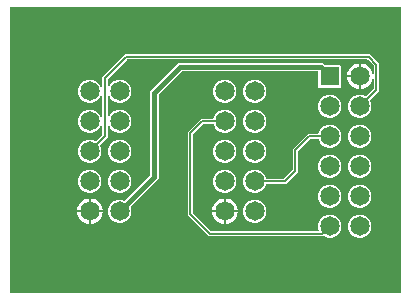
<source format=gtl>
G04 EAGLE Gerber RS-274X export*
G75*
%MOMM*%
%FSLAX34Y34*%
%LPD*%
%INTop Copper*%
%IPPOS*%
%AMOC8*
5,1,8,0,0,1.08239X$1,22.5*%
G01*
%ADD10C,1.650000*%
%ADD11R,1.650000X1.650000*%
%ADD12C,0.152400*%
%ADD13C,0.406400*%

G36*
X317508Y-13198D02*
X317508Y-13198D01*
X317517Y-13199D01*
X317605Y-13178D01*
X317695Y-13160D01*
X317702Y-13155D01*
X317710Y-13153D01*
X317783Y-13099D01*
X317859Y-13047D01*
X317863Y-13040D01*
X317870Y-13035D01*
X317917Y-12957D01*
X317966Y-12880D01*
X317967Y-12871D01*
X317972Y-12864D01*
X317999Y-12700D01*
X317999Y228600D01*
X317998Y228608D01*
X317999Y228617D01*
X317978Y228705D01*
X317960Y228795D01*
X317955Y228802D01*
X317953Y228810D01*
X317899Y228883D01*
X317847Y228959D01*
X317840Y228963D01*
X317835Y228970D01*
X317757Y229017D01*
X317680Y229066D01*
X317671Y229067D01*
X317664Y229072D01*
X317500Y229099D01*
X-12700Y229099D01*
X-12708Y229098D01*
X-12717Y229099D01*
X-12805Y229078D01*
X-12895Y229060D01*
X-12902Y229055D01*
X-12910Y229053D01*
X-12983Y228999D01*
X-13059Y228947D01*
X-13063Y228940D01*
X-13070Y228935D01*
X-13117Y228857D01*
X-13166Y228780D01*
X-13167Y228771D01*
X-13172Y228764D01*
X-13199Y228600D01*
X-13199Y-12700D01*
X-13198Y-12708D01*
X-13199Y-12717D01*
X-13178Y-12805D01*
X-13160Y-12895D01*
X-13155Y-12902D01*
X-13153Y-12910D01*
X-13099Y-12983D01*
X-13047Y-13059D01*
X-13040Y-13063D01*
X-13035Y-13070D01*
X-12957Y-13117D01*
X-12880Y-13166D01*
X-12871Y-13167D01*
X-12864Y-13172D01*
X-12700Y-13199D01*
X317500Y-13199D01*
X317508Y-13198D01*
G37*
%LPC*%
G36*
X52666Y96905D02*
X52666Y96905D01*
X49073Y98393D01*
X46323Y101143D01*
X44835Y104736D01*
X44835Y108624D01*
X46323Y112217D01*
X49073Y114967D01*
X52666Y116455D01*
X56554Y116455D01*
X59496Y115236D01*
X59507Y115234D01*
X59516Y115229D01*
X59604Y115215D01*
X59692Y115198D01*
X59702Y115200D01*
X59712Y115199D01*
X59799Y115221D01*
X59886Y115239D01*
X59895Y115245D01*
X59905Y115248D01*
X60040Y115344D01*
X64877Y120181D01*
X64884Y120192D01*
X64894Y120199D01*
X64939Y120274D01*
X64987Y120347D01*
X64989Y120359D01*
X64996Y120370D01*
X65023Y120534D01*
X65023Y129167D01*
X65023Y129169D01*
X65023Y129172D01*
X65003Y129265D01*
X64984Y129362D01*
X64982Y129364D01*
X64982Y129366D01*
X64926Y129447D01*
X64871Y129526D01*
X64869Y129527D01*
X64868Y129529D01*
X64785Y129581D01*
X64704Y129633D01*
X64701Y129634D01*
X64700Y129635D01*
X64604Y129650D01*
X64507Y129666D01*
X64505Y129666D01*
X64503Y129666D01*
X64409Y129643D01*
X64314Y129620D01*
X64312Y129619D01*
X64310Y129619D01*
X64231Y129559D01*
X64154Y129502D01*
X64153Y129501D01*
X64151Y129499D01*
X64063Y129358D01*
X62897Y126543D01*
X60147Y123793D01*
X56554Y122305D01*
X52666Y122305D01*
X49073Y123793D01*
X46323Y126543D01*
X44835Y130136D01*
X44835Y134024D01*
X46323Y137617D01*
X49073Y140367D01*
X52666Y141855D01*
X56554Y141855D01*
X60147Y140367D01*
X62897Y137617D01*
X64063Y134802D01*
X64064Y134800D01*
X64064Y134798D01*
X64119Y134718D01*
X64174Y134637D01*
X64176Y134636D01*
X64177Y134634D01*
X64258Y134582D01*
X64341Y134528D01*
X64343Y134528D01*
X64344Y134527D01*
X64440Y134511D01*
X64536Y134494D01*
X64538Y134494D01*
X64541Y134494D01*
X64634Y134516D01*
X64730Y134538D01*
X64732Y134539D01*
X64734Y134540D01*
X64811Y134596D01*
X64891Y134654D01*
X64892Y134656D01*
X64894Y134658D01*
X64943Y134741D01*
X64994Y134825D01*
X64994Y134827D01*
X64996Y134829D01*
X65023Y134993D01*
X65023Y154567D01*
X65023Y154569D01*
X65023Y154572D01*
X65003Y154666D01*
X64984Y154762D01*
X64982Y154764D01*
X64982Y154766D01*
X64926Y154847D01*
X64871Y154926D01*
X64869Y154927D01*
X64868Y154929D01*
X64785Y154981D01*
X64704Y155033D01*
X64701Y155034D01*
X64700Y155035D01*
X64604Y155050D01*
X64507Y155066D01*
X64505Y155066D01*
X64503Y155066D01*
X64409Y155043D01*
X64314Y155020D01*
X64312Y155019D01*
X64310Y155019D01*
X64231Y154959D01*
X64154Y154902D01*
X64153Y154901D01*
X64151Y154899D01*
X64063Y154758D01*
X62897Y151943D01*
X60147Y149193D01*
X56554Y147705D01*
X52666Y147705D01*
X49073Y149193D01*
X46323Y151943D01*
X44835Y155536D01*
X44835Y159424D01*
X46323Y163017D01*
X49073Y165767D01*
X52666Y167255D01*
X56554Y167255D01*
X60147Y165767D01*
X62897Y163017D01*
X64063Y160202D01*
X64064Y160200D01*
X64064Y160198D01*
X64119Y160118D01*
X64174Y160037D01*
X64176Y160036D01*
X64177Y160034D01*
X64258Y159982D01*
X64341Y159928D01*
X64343Y159928D01*
X64344Y159927D01*
X64440Y159911D01*
X64536Y159894D01*
X64538Y159894D01*
X64541Y159894D01*
X64634Y159916D01*
X64730Y159938D01*
X64732Y159939D01*
X64734Y159940D01*
X64811Y159996D01*
X64891Y160054D01*
X64892Y160056D01*
X64894Y160058D01*
X64943Y160141D01*
X64994Y160225D01*
X64994Y160227D01*
X64996Y160229D01*
X65023Y160393D01*
X65023Y169857D01*
X84143Y188977D01*
X291549Y188977D01*
X299467Y181059D01*
X299467Y157803D01*
X291874Y150210D01*
X291869Y150202D01*
X291860Y150196D01*
X291814Y150119D01*
X291765Y150045D01*
X291763Y150034D01*
X291757Y150025D01*
X291745Y149937D01*
X291728Y149849D01*
X291730Y149839D01*
X291729Y149828D01*
X291766Y149666D01*
X292985Y146724D01*
X292985Y142836D01*
X291497Y139243D01*
X288747Y136493D01*
X285154Y135005D01*
X281266Y135005D01*
X277673Y136493D01*
X274923Y139243D01*
X273435Y142836D01*
X273435Y146724D01*
X274923Y150317D01*
X277673Y153067D01*
X281266Y154555D01*
X285154Y154555D01*
X288096Y153336D01*
X288107Y153334D01*
X288116Y153329D01*
X288204Y153315D01*
X288292Y153298D01*
X288302Y153300D01*
X288312Y153299D01*
X288399Y153321D01*
X288486Y153339D01*
X288495Y153345D01*
X288505Y153348D01*
X288640Y153444D01*
X294747Y159551D01*
X294754Y159562D01*
X294764Y159569D01*
X294809Y159644D01*
X294857Y159717D01*
X294859Y159729D01*
X294866Y159740D01*
X294893Y159904D01*
X294893Y168623D01*
X294881Y168682D01*
X294878Y168743D01*
X294862Y168779D01*
X294854Y168817D01*
X294819Y168868D01*
X294793Y168923D01*
X294763Y168949D01*
X294741Y168981D01*
X294690Y169014D01*
X294644Y169055D01*
X294607Y169067D01*
X294574Y169088D01*
X294513Y169099D01*
X294456Y169118D01*
X294416Y169115D01*
X294377Y169121D01*
X294318Y169107D01*
X294257Y169103D01*
X294222Y169085D01*
X294184Y169075D01*
X294135Y169039D01*
X294081Y169011D01*
X294056Y168981D01*
X294024Y168958D01*
X293993Y168905D01*
X293954Y168858D01*
X293939Y168815D01*
X293922Y168787D01*
X293915Y168743D01*
X293901Y168701D01*
X293735Y167653D01*
X293210Y166038D01*
X292439Y164524D01*
X291441Y163150D01*
X290240Y161949D01*
X288866Y160951D01*
X287352Y160180D01*
X285737Y159655D01*
X284209Y159413D01*
X284209Y169680D01*
X284208Y169688D01*
X284209Y169696D01*
X284188Y169785D01*
X284170Y169875D01*
X284165Y169882D01*
X284163Y169890D01*
X284109Y169963D01*
X284057Y170039D01*
X284050Y170043D01*
X284045Y170050D01*
X283967Y170096D01*
X283890Y170146D01*
X283881Y170147D01*
X283874Y170151D01*
X283710Y170179D01*
X283209Y170179D01*
X283209Y170181D01*
X283710Y170181D01*
X283718Y170183D01*
X283726Y170181D01*
X283815Y170202D01*
X283905Y170220D01*
X283912Y170225D01*
X283920Y170227D01*
X283993Y170281D01*
X284069Y170333D01*
X284073Y170340D01*
X284080Y170345D01*
X284126Y170423D01*
X284176Y170501D01*
X284177Y170509D01*
X284181Y170516D01*
X284209Y170680D01*
X284209Y180947D01*
X285737Y180705D01*
X287352Y180180D01*
X288866Y179409D01*
X290240Y178411D01*
X291441Y177210D01*
X292439Y175836D01*
X293210Y174322D01*
X293735Y172707D01*
X293901Y171659D01*
X293922Y171602D01*
X293934Y171543D01*
X293957Y171510D01*
X293971Y171473D01*
X294012Y171429D01*
X294047Y171379D01*
X294080Y171357D01*
X294107Y171329D01*
X294163Y171304D01*
X294214Y171272D01*
X294253Y171265D01*
X294290Y171249D01*
X294350Y171249D01*
X294411Y171239D01*
X294449Y171248D01*
X294488Y171247D01*
X294545Y171270D01*
X294604Y171285D01*
X294636Y171308D01*
X294672Y171323D01*
X294715Y171366D01*
X294764Y171402D01*
X294784Y171436D01*
X294812Y171464D01*
X294834Y171521D01*
X294866Y171573D01*
X294873Y171618D01*
X294885Y171649D01*
X294886Y171694D01*
X294893Y171737D01*
X294893Y178958D01*
X294891Y178970D01*
X294893Y178983D01*
X294871Y179067D01*
X294854Y179153D01*
X294847Y179163D01*
X294843Y179175D01*
X294747Y179311D01*
X289801Y184257D01*
X289790Y184264D01*
X289783Y184274D01*
X289708Y184319D01*
X289635Y184367D01*
X289623Y184369D01*
X289612Y184376D01*
X289448Y184403D01*
X86244Y184403D01*
X86232Y184401D01*
X86219Y184403D01*
X86135Y184381D01*
X86049Y184364D01*
X86039Y184357D01*
X86027Y184353D01*
X85891Y184257D01*
X69743Y168109D01*
X69736Y168098D01*
X69726Y168091D01*
X69681Y168016D01*
X69633Y167943D01*
X69631Y167931D01*
X69624Y167920D01*
X69597Y167756D01*
X69597Y160393D01*
X69597Y160391D01*
X69597Y160388D01*
X69617Y160294D01*
X69636Y160198D01*
X69638Y160196D01*
X69638Y160194D01*
X69694Y160113D01*
X69749Y160034D01*
X69751Y160033D01*
X69752Y160031D01*
X69835Y159979D01*
X69916Y159927D01*
X69919Y159926D01*
X69920Y159925D01*
X70016Y159910D01*
X70113Y159894D01*
X70115Y159894D01*
X70117Y159894D01*
X70211Y159917D01*
X70306Y159940D01*
X70308Y159941D01*
X70310Y159941D01*
X70389Y160001D01*
X70466Y160058D01*
X70467Y160059D01*
X70469Y160061D01*
X70557Y160202D01*
X71723Y163017D01*
X74473Y165767D01*
X78066Y167255D01*
X81954Y167255D01*
X85547Y165767D01*
X88297Y163017D01*
X89785Y159424D01*
X89785Y155536D01*
X88297Y151943D01*
X85547Y149193D01*
X81954Y147705D01*
X78066Y147705D01*
X74473Y149193D01*
X71723Y151943D01*
X70557Y154758D01*
X70556Y154760D01*
X70556Y154762D01*
X70501Y154842D01*
X70446Y154923D01*
X70444Y154924D01*
X70443Y154926D01*
X70362Y154978D01*
X70279Y155032D01*
X70277Y155032D01*
X70276Y155033D01*
X70180Y155049D01*
X70084Y155066D01*
X70082Y155066D01*
X70079Y155066D01*
X69986Y155044D01*
X69890Y155022D01*
X69888Y155021D01*
X69886Y155020D01*
X69809Y154964D01*
X69729Y154906D01*
X69728Y154904D01*
X69726Y154902D01*
X69677Y154819D01*
X69626Y154735D01*
X69626Y154733D01*
X69624Y154731D01*
X69597Y154567D01*
X69597Y134993D01*
X69597Y134991D01*
X69597Y134988D01*
X69617Y134894D01*
X69636Y134798D01*
X69638Y134796D01*
X69638Y134794D01*
X69694Y134713D01*
X69749Y134634D01*
X69751Y134633D01*
X69752Y134631D01*
X69835Y134579D01*
X69916Y134527D01*
X69919Y134526D01*
X69920Y134525D01*
X70016Y134510D01*
X70113Y134494D01*
X70115Y134494D01*
X70117Y134494D01*
X70211Y134517D01*
X70306Y134540D01*
X70308Y134541D01*
X70310Y134541D01*
X70389Y134601D01*
X70466Y134658D01*
X70467Y134659D01*
X70469Y134661D01*
X70557Y134802D01*
X71723Y137617D01*
X74473Y140367D01*
X78066Y141855D01*
X81954Y141855D01*
X85547Y140367D01*
X88297Y137617D01*
X89785Y134024D01*
X89785Y130136D01*
X88297Y126543D01*
X85547Y123793D01*
X81954Y122305D01*
X78066Y122305D01*
X74473Y123793D01*
X71723Y126543D01*
X70557Y129358D01*
X70556Y129360D01*
X70556Y129362D01*
X70501Y129442D01*
X70446Y129523D01*
X70444Y129524D01*
X70443Y129526D01*
X70362Y129578D01*
X70279Y129632D01*
X70277Y129632D01*
X70276Y129633D01*
X70180Y129649D01*
X70084Y129666D01*
X70082Y129666D01*
X70079Y129666D01*
X69986Y129644D01*
X69890Y129622D01*
X69888Y129621D01*
X69886Y129620D01*
X69809Y129564D01*
X69729Y129506D01*
X69728Y129504D01*
X69726Y129502D01*
X69677Y129419D01*
X69626Y129335D01*
X69626Y129333D01*
X69624Y129331D01*
X69597Y129167D01*
X69597Y118433D01*
X68111Y116947D01*
X63274Y112110D01*
X63269Y112102D01*
X63260Y112096D01*
X63214Y112019D01*
X63165Y111945D01*
X63163Y111934D01*
X63157Y111925D01*
X63145Y111837D01*
X63128Y111749D01*
X63130Y111739D01*
X63129Y111728D01*
X63166Y111566D01*
X64385Y108624D01*
X64385Y104736D01*
X62897Y101143D01*
X60147Y98393D01*
X56554Y96905D01*
X52666Y96905D01*
G37*
%LPD*%
%LPC*%
G36*
X78066Y46105D02*
X78066Y46105D01*
X74473Y47593D01*
X71723Y50343D01*
X70235Y53936D01*
X70235Y57824D01*
X71723Y61417D01*
X74473Y64167D01*
X78066Y65655D01*
X81954Y65655D01*
X83626Y64962D01*
X83637Y64960D01*
X83646Y64955D01*
X83734Y64941D01*
X83822Y64924D01*
X83832Y64926D01*
X83842Y64925D01*
X83929Y64947D01*
X84016Y64965D01*
X84025Y64971D01*
X84035Y64974D01*
X84170Y65070D01*
X105517Y86417D01*
X105524Y86428D01*
X105534Y86435D01*
X105579Y86510D01*
X105627Y86583D01*
X105629Y86595D01*
X105636Y86606D01*
X105663Y86770D01*
X105663Y157683D01*
X129337Y181357D01*
X251663Y181357D01*
X252919Y180101D01*
X252930Y180094D01*
X252937Y180084D01*
X253012Y180040D01*
X253085Y179991D01*
X253097Y179989D01*
X253108Y179982D01*
X253272Y179955D01*
X266692Y179955D01*
X267585Y179062D01*
X267585Y161298D01*
X266692Y160405D01*
X248928Y160405D01*
X248035Y161298D01*
X248035Y173744D01*
X248034Y173752D01*
X248035Y173761D01*
X248014Y173849D01*
X247996Y173939D01*
X247991Y173946D01*
X247989Y173954D01*
X247935Y174027D01*
X247883Y174103D01*
X247876Y174107D01*
X247871Y174114D01*
X247793Y174161D01*
X247716Y174210D01*
X247707Y174211D01*
X247700Y174216D01*
X247536Y174243D01*
X132490Y174243D01*
X132478Y174241D01*
X132465Y174243D01*
X132381Y174221D01*
X132295Y174204D01*
X132285Y174197D01*
X132273Y174193D01*
X132137Y174097D01*
X112923Y154883D01*
X112916Y154872D01*
X112906Y154865D01*
X112861Y154790D01*
X112813Y154717D01*
X112811Y154705D01*
X112804Y154694D01*
X112777Y154530D01*
X112777Y83617D01*
X110547Y81387D01*
X89200Y60040D01*
X89199Y60039D01*
X89198Y60038D01*
X89194Y60031D01*
X89186Y60026D01*
X89140Y59949D01*
X89091Y59875D01*
X89089Y59864D01*
X89083Y59855D01*
X89071Y59767D01*
X89054Y59679D01*
X89056Y59669D01*
X89055Y59658D01*
X89092Y59496D01*
X89785Y57824D01*
X89785Y53936D01*
X88297Y50343D01*
X85547Y47593D01*
X81954Y46105D01*
X78066Y46105D01*
G37*
%LPD*%
%LPC*%
G36*
X255866Y33405D02*
X255866Y33405D01*
X252924Y34624D01*
X252913Y34626D01*
X252904Y34631D01*
X252816Y34645D01*
X252729Y34662D01*
X252718Y34660D01*
X252708Y34661D01*
X252621Y34639D01*
X252534Y34621D01*
X252525Y34615D01*
X252515Y34612D01*
X252418Y34543D01*
X155263Y34543D01*
X137413Y52393D01*
X137413Y122867D01*
X148913Y134367D01*
X158944Y134367D01*
X158954Y134369D01*
X158964Y134367D01*
X159051Y134388D01*
X159138Y134406D01*
X159147Y134412D01*
X159157Y134415D01*
X159229Y134468D01*
X159302Y134519D01*
X159308Y134528D01*
X159316Y134534D01*
X159405Y134675D01*
X160623Y137617D01*
X163373Y140367D01*
X166966Y141855D01*
X170854Y141855D01*
X174447Y140367D01*
X177197Y137617D01*
X178685Y134024D01*
X178685Y130136D01*
X177197Y126543D01*
X174447Y123793D01*
X170854Y122305D01*
X166966Y122305D01*
X163373Y123793D01*
X160623Y126543D01*
X159405Y129485D01*
X159399Y129494D01*
X159396Y129504D01*
X159344Y129576D01*
X159294Y129650D01*
X159285Y129656D01*
X159279Y129664D01*
X159202Y129709D01*
X159127Y129758D01*
X159117Y129760D01*
X159108Y129766D01*
X158944Y129793D01*
X151014Y129793D01*
X151002Y129791D01*
X150989Y129793D01*
X150905Y129771D01*
X150819Y129754D01*
X150809Y129747D01*
X150797Y129743D01*
X150661Y129647D01*
X142133Y121119D01*
X142126Y121108D01*
X142116Y121101D01*
X142071Y121026D01*
X142023Y120953D01*
X142021Y120941D01*
X142014Y120930D01*
X141987Y120766D01*
X141987Y54494D01*
X141989Y54482D01*
X141987Y54469D01*
X142009Y54385D01*
X142026Y54299D01*
X142033Y54289D01*
X142037Y54277D01*
X142133Y54141D01*
X157011Y39263D01*
X157022Y39256D01*
X157029Y39246D01*
X157104Y39201D01*
X157177Y39153D01*
X157189Y39151D01*
X157200Y39144D01*
X157364Y39117D01*
X248166Y39117D01*
X248172Y39118D01*
X248178Y39117D01*
X248269Y39138D01*
X248361Y39156D01*
X248366Y39160D01*
X248372Y39161D01*
X248447Y39216D01*
X248525Y39269D01*
X248528Y39274D01*
X248533Y39278D01*
X248581Y39358D01*
X248632Y39436D01*
X248633Y39443D01*
X248636Y39448D01*
X248649Y39540D01*
X248665Y39633D01*
X248663Y39639D01*
X248664Y39645D01*
X248627Y39807D01*
X248035Y41236D01*
X248035Y45124D01*
X249523Y48717D01*
X252273Y51467D01*
X255866Y52955D01*
X259754Y52955D01*
X263347Y51467D01*
X266097Y48717D01*
X267585Y45124D01*
X267585Y41236D01*
X266097Y37643D01*
X263347Y34893D01*
X259754Y33405D01*
X255866Y33405D01*
G37*
%LPD*%
%LPC*%
G36*
X192366Y71505D02*
X192366Y71505D01*
X188773Y72993D01*
X186023Y75743D01*
X184535Y79336D01*
X184535Y83224D01*
X186023Y86817D01*
X188773Y89567D01*
X192366Y91055D01*
X196254Y91055D01*
X199847Y89567D01*
X202597Y86817D01*
X203815Y83875D01*
X203821Y83866D01*
X203824Y83856D01*
X203876Y83784D01*
X203926Y83710D01*
X203935Y83704D01*
X203941Y83696D01*
X204018Y83651D01*
X204093Y83602D01*
X204103Y83600D01*
X204112Y83594D01*
X204276Y83567D01*
X218556Y83567D01*
X218568Y83569D01*
X218581Y83567D01*
X218665Y83589D01*
X218751Y83606D01*
X218761Y83613D01*
X218773Y83617D01*
X218909Y83713D01*
X226167Y90971D01*
X226174Y90982D01*
X226184Y90989D01*
X226229Y91064D01*
X226277Y91137D01*
X226279Y91149D01*
X226286Y91160D01*
X226313Y91324D01*
X226313Y108897D01*
X239083Y121667D01*
X247844Y121667D01*
X247854Y121669D01*
X247864Y121667D01*
X247951Y121688D01*
X248038Y121706D01*
X248047Y121712D01*
X248057Y121715D01*
X248129Y121768D01*
X248202Y121819D01*
X248208Y121828D01*
X248216Y121834D01*
X248305Y121975D01*
X249523Y124917D01*
X252273Y127667D01*
X255866Y129155D01*
X259754Y129155D01*
X263347Y127667D01*
X266097Y124917D01*
X267585Y121324D01*
X267585Y117436D01*
X266097Y113843D01*
X263347Y111093D01*
X259754Y109605D01*
X255866Y109605D01*
X252273Y111093D01*
X249523Y113843D01*
X248305Y116785D01*
X248299Y116794D01*
X248296Y116804D01*
X248244Y116876D01*
X248194Y116950D01*
X248185Y116956D01*
X248179Y116964D01*
X248102Y117009D01*
X248027Y117058D01*
X248017Y117060D01*
X248008Y117066D01*
X247844Y117093D01*
X241184Y117093D01*
X241172Y117091D01*
X241159Y117093D01*
X241075Y117071D01*
X240989Y117054D01*
X240979Y117047D01*
X240967Y117043D01*
X240831Y116947D01*
X231033Y107149D01*
X231026Y107138D01*
X231016Y107131D01*
X230971Y107056D01*
X230923Y106983D01*
X230921Y106971D01*
X230914Y106960D01*
X230887Y106796D01*
X230887Y89223D01*
X220657Y78993D01*
X204276Y78993D01*
X204266Y78991D01*
X204256Y78993D01*
X204169Y78972D01*
X204082Y78954D01*
X204073Y78948D01*
X204063Y78945D01*
X203991Y78892D01*
X203918Y78841D01*
X203912Y78832D01*
X203904Y78826D01*
X203815Y78685D01*
X202597Y75743D01*
X199847Y72993D01*
X196254Y71505D01*
X192366Y71505D01*
G37*
%LPD*%
%LPC*%
G36*
X192366Y46105D02*
X192366Y46105D01*
X188773Y47593D01*
X186023Y50343D01*
X184535Y53936D01*
X184535Y57824D01*
X186023Y61417D01*
X188773Y64167D01*
X192366Y65655D01*
X196254Y65655D01*
X199847Y64167D01*
X202597Y61417D01*
X204085Y57824D01*
X204085Y53936D01*
X202597Y50343D01*
X199847Y47593D01*
X196254Y46105D01*
X192366Y46105D01*
G37*
%LPD*%
%LPC*%
G36*
X281266Y33405D02*
X281266Y33405D01*
X277673Y34893D01*
X274923Y37643D01*
X273435Y41236D01*
X273435Y45124D01*
X274923Y48717D01*
X277673Y51467D01*
X281266Y52955D01*
X285154Y52955D01*
X288747Y51467D01*
X291497Y48717D01*
X292985Y45124D01*
X292985Y41236D01*
X291497Y37643D01*
X288747Y34893D01*
X285154Y33405D01*
X281266Y33405D01*
G37*
%LPD*%
%LPC*%
G36*
X192366Y147705D02*
X192366Y147705D01*
X188773Y149193D01*
X186023Y151943D01*
X184535Y155536D01*
X184535Y159424D01*
X186023Y163017D01*
X188773Y165767D01*
X192366Y167255D01*
X196254Y167255D01*
X199847Y165767D01*
X202597Y163017D01*
X204085Y159424D01*
X204085Y155536D01*
X202597Y151943D01*
X199847Y149193D01*
X196254Y147705D01*
X192366Y147705D01*
G37*
%LPD*%
%LPC*%
G36*
X166966Y147705D02*
X166966Y147705D01*
X163373Y149193D01*
X160623Y151943D01*
X159135Y155536D01*
X159135Y159424D01*
X160623Y163017D01*
X163373Y165767D01*
X166966Y167255D01*
X170854Y167255D01*
X174447Y165767D01*
X177197Y163017D01*
X178685Y159424D01*
X178685Y155536D01*
X177197Y151943D01*
X174447Y149193D01*
X170854Y147705D01*
X166966Y147705D01*
G37*
%LPD*%
%LPC*%
G36*
X255866Y135005D02*
X255866Y135005D01*
X252273Y136493D01*
X249523Y139243D01*
X248035Y142836D01*
X248035Y146724D01*
X249523Y150317D01*
X252273Y153067D01*
X255866Y154555D01*
X259754Y154555D01*
X263347Y153067D01*
X266097Y150317D01*
X267585Y146724D01*
X267585Y142836D01*
X266097Y139243D01*
X263347Y136493D01*
X259754Y135005D01*
X255866Y135005D01*
G37*
%LPD*%
%LPC*%
G36*
X192366Y122305D02*
X192366Y122305D01*
X188773Y123793D01*
X186023Y126543D01*
X184535Y130136D01*
X184535Y134024D01*
X186023Y137617D01*
X188773Y140367D01*
X192366Y141855D01*
X196254Y141855D01*
X199847Y140367D01*
X202597Y137617D01*
X204085Y134024D01*
X204085Y130136D01*
X202597Y126543D01*
X199847Y123793D01*
X196254Y122305D01*
X192366Y122305D01*
G37*
%LPD*%
%LPC*%
G36*
X281266Y109605D02*
X281266Y109605D01*
X277673Y111093D01*
X274923Y113843D01*
X273435Y117436D01*
X273435Y121324D01*
X274923Y124917D01*
X277673Y127667D01*
X281266Y129155D01*
X285154Y129155D01*
X288747Y127667D01*
X291497Y124917D01*
X292985Y121324D01*
X292985Y117436D01*
X291497Y113843D01*
X288747Y111093D01*
X285154Y109605D01*
X281266Y109605D01*
G37*
%LPD*%
%LPC*%
G36*
X166966Y96905D02*
X166966Y96905D01*
X163373Y98393D01*
X160623Y101143D01*
X159135Y104736D01*
X159135Y108624D01*
X160623Y112217D01*
X163373Y114967D01*
X166966Y116455D01*
X170854Y116455D01*
X174447Y114967D01*
X177197Y112217D01*
X178685Y108624D01*
X178685Y104736D01*
X177197Y101143D01*
X174447Y98393D01*
X170854Y96905D01*
X166966Y96905D01*
G37*
%LPD*%
%LPC*%
G36*
X78066Y96905D02*
X78066Y96905D01*
X74473Y98393D01*
X71723Y101143D01*
X70235Y104736D01*
X70235Y108624D01*
X71723Y112217D01*
X74473Y114967D01*
X78066Y116455D01*
X81954Y116455D01*
X85547Y114967D01*
X88297Y112217D01*
X89785Y108624D01*
X89785Y104736D01*
X88297Y101143D01*
X85547Y98393D01*
X81954Y96905D01*
X78066Y96905D01*
G37*
%LPD*%
%LPC*%
G36*
X192366Y96905D02*
X192366Y96905D01*
X188773Y98393D01*
X186023Y101143D01*
X184535Y104736D01*
X184535Y108624D01*
X186023Y112217D01*
X188773Y114967D01*
X192366Y116455D01*
X196254Y116455D01*
X199847Y114967D01*
X202597Y112217D01*
X204085Y108624D01*
X204085Y104736D01*
X202597Y101143D01*
X199847Y98393D01*
X196254Y96905D01*
X192366Y96905D01*
G37*
%LPD*%
%LPC*%
G36*
X281266Y84205D02*
X281266Y84205D01*
X277673Y85693D01*
X274923Y88443D01*
X273435Y92036D01*
X273435Y95924D01*
X274923Y99517D01*
X277673Y102267D01*
X281266Y103755D01*
X285154Y103755D01*
X288747Y102267D01*
X291497Y99517D01*
X292985Y95924D01*
X292985Y92036D01*
X291497Y88443D01*
X288747Y85693D01*
X285154Y84205D01*
X281266Y84205D01*
G37*
%LPD*%
%LPC*%
G36*
X255866Y84205D02*
X255866Y84205D01*
X252273Y85693D01*
X249523Y88443D01*
X248035Y92036D01*
X248035Y95924D01*
X249523Y99517D01*
X252273Y102267D01*
X255866Y103755D01*
X259754Y103755D01*
X263347Y102267D01*
X266097Y99517D01*
X267585Y95924D01*
X267585Y92036D01*
X266097Y88443D01*
X263347Y85693D01*
X259754Y84205D01*
X255866Y84205D01*
G37*
%LPD*%
%LPC*%
G36*
X166966Y71505D02*
X166966Y71505D01*
X163373Y72993D01*
X160623Y75743D01*
X159135Y79336D01*
X159135Y83224D01*
X160623Y86817D01*
X163373Y89567D01*
X166966Y91055D01*
X170854Y91055D01*
X174447Y89567D01*
X177197Y86817D01*
X178685Y83224D01*
X178685Y79336D01*
X177197Y75743D01*
X174447Y72993D01*
X170854Y71505D01*
X166966Y71505D01*
G37*
%LPD*%
%LPC*%
G36*
X78066Y71505D02*
X78066Y71505D01*
X74473Y72993D01*
X71723Y75743D01*
X70235Y79336D01*
X70235Y83224D01*
X71723Y86817D01*
X74473Y89567D01*
X78066Y91055D01*
X81954Y91055D01*
X85547Y89567D01*
X88297Y86817D01*
X89785Y83224D01*
X89785Y79336D01*
X88297Y75743D01*
X85547Y72993D01*
X81954Y71505D01*
X78066Y71505D01*
G37*
%LPD*%
%LPC*%
G36*
X52666Y71505D02*
X52666Y71505D01*
X49073Y72993D01*
X46323Y75743D01*
X44835Y79336D01*
X44835Y83224D01*
X46323Y86817D01*
X49073Y89567D01*
X52666Y91055D01*
X56554Y91055D01*
X60147Y89567D01*
X62897Y86817D01*
X64385Y83224D01*
X64385Y79336D01*
X62897Y75743D01*
X60147Y72993D01*
X56554Y71505D01*
X52666Y71505D01*
G37*
%LPD*%
%LPC*%
G36*
X281266Y58805D02*
X281266Y58805D01*
X277673Y60293D01*
X274923Y63043D01*
X273435Y66636D01*
X273435Y70524D01*
X274923Y74117D01*
X277673Y76867D01*
X281266Y78355D01*
X285154Y78355D01*
X288747Y76867D01*
X291497Y74117D01*
X292985Y70524D01*
X292985Y66636D01*
X291497Y63043D01*
X288747Y60293D01*
X285154Y58805D01*
X281266Y58805D01*
G37*
%LPD*%
%LPC*%
G36*
X255866Y58805D02*
X255866Y58805D01*
X252273Y60293D01*
X249523Y63043D01*
X248035Y66636D01*
X248035Y70524D01*
X249523Y74117D01*
X252273Y76867D01*
X255866Y78355D01*
X259754Y78355D01*
X263347Y76867D01*
X266097Y74117D01*
X267585Y70524D01*
X267585Y66636D01*
X266097Y63043D01*
X263347Y60293D01*
X259754Y58805D01*
X255866Y58805D01*
G37*
%LPD*%
%LPC*%
G36*
X55609Y56879D02*
X55609Y56879D01*
X55609Y66647D01*
X57137Y66405D01*
X58752Y65880D01*
X60266Y65109D01*
X61640Y64111D01*
X62841Y62910D01*
X63839Y61536D01*
X64610Y60022D01*
X65135Y58407D01*
X65377Y56879D01*
X55609Y56879D01*
G37*
%LPD*%
%LPC*%
G36*
X169909Y56879D02*
X169909Y56879D01*
X169909Y66647D01*
X171437Y66405D01*
X173052Y65880D01*
X174566Y65109D01*
X175940Y64111D01*
X177141Y62910D01*
X178139Y61536D01*
X178910Y60022D01*
X179435Y58407D01*
X179677Y56879D01*
X169909Y56879D01*
G37*
%LPD*%
%LPC*%
G36*
X272443Y171179D02*
X272443Y171179D01*
X272685Y172707D01*
X273210Y174322D01*
X273981Y175836D01*
X274979Y177210D01*
X276180Y178411D01*
X277554Y179409D01*
X279068Y180180D01*
X280683Y180705D01*
X282211Y180947D01*
X282211Y171179D01*
X272443Y171179D01*
G37*
%LPD*%
%LPC*%
G36*
X43843Y56879D02*
X43843Y56879D01*
X44085Y58407D01*
X44610Y60022D01*
X45381Y61536D01*
X46379Y62910D01*
X47580Y64111D01*
X48954Y65109D01*
X50468Y65880D01*
X52083Y66405D01*
X53611Y66647D01*
X53611Y56879D01*
X43843Y56879D01*
G37*
%LPD*%
%LPC*%
G36*
X158143Y56879D02*
X158143Y56879D01*
X158385Y58407D01*
X158910Y60022D01*
X159681Y61536D01*
X160679Y62910D01*
X161880Y64111D01*
X163254Y65109D01*
X164768Y65880D01*
X166383Y66405D01*
X167911Y66647D01*
X167911Y56879D01*
X158143Y56879D01*
G37*
%LPD*%
%LPC*%
G36*
X169909Y54881D02*
X169909Y54881D01*
X179677Y54881D01*
X179435Y53353D01*
X178910Y51738D01*
X178139Y50224D01*
X177141Y48850D01*
X175940Y47649D01*
X174566Y46651D01*
X173052Y45880D01*
X171437Y45355D01*
X169909Y45113D01*
X169909Y54881D01*
G37*
%LPD*%
%LPC*%
G36*
X55609Y54881D02*
X55609Y54881D01*
X65377Y54881D01*
X65135Y53353D01*
X64610Y51738D01*
X63839Y50224D01*
X62841Y48850D01*
X61640Y47649D01*
X60266Y46651D01*
X58752Y45880D01*
X57137Y45355D01*
X55609Y45113D01*
X55609Y54881D01*
G37*
%LPD*%
%LPC*%
G36*
X280683Y159655D02*
X280683Y159655D01*
X279068Y160180D01*
X277554Y160951D01*
X276180Y161949D01*
X274979Y163150D01*
X273981Y164524D01*
X273210Y166038D01*
X272685Y167653D01*
X272443Y169181D01*
X282211Y169181D01*
X282211Y159413D01*
X280683Y159655D01*
G37*
%LPD*%
%LPC*%
G36*
X166383Y45355D02*
X166383Y45355D01*
X164768Y45880D01*
X163254Y46651D01*
X161880Y47649D01*
X160679Y48850D01*
X159681Y50224D01*
X158910Y51738D01*
X158385Y53353D01*
X158143Y54881D01*
X167911Y54881D01*
X167911Y45113D01*
X166383Y45355D01*
G37*
%LPD*%
%LPC*%
G36*
X52083Y45355D02*
X52083Y45355D01*
X50468Y45880D01*
X48954Y46651D01*
X47580Y47649D01*
X46379Y48850D01*
X45381Y50224D01*
X44610Y51738D01*
X44085Y53353D01*
X43843Y54881D01*
X53611Y54881D01*
X53611Y45113D01*
X52083Y45355D01*
G37*
%LPD*%
%LPC*%
G36*
X168909Y55879D02*
X168909Y55879D01*
X168909Y55881D01*
X168911Y55881D01*
X168911Y55879D01*
X168909Y55879D01*
G37*
%LPD*%
%LPC*%
G36*
X54609Y55879D02*
X54609Y55879D01*
X54609Y55881D01*
X54611Y55881D01*
X54611Y55879D01*
X54609Y55879D01*
G37*
%LPD*%
D10*
X80010Y157480D03*
X54610Y157480D03*
X80010Y132080D03*
X54610Y132080D03*
X80010Y106680D03*
X54610Y106680D03*
X54610Y81280D03*
X80010Y81280D03*
X54610Y55880D03*
X80010Y55880D03*
X194310Y157480D03*
X168910Y157480D03*
X194310Y132080D03*
X168910Y132080D03*
X194310Y106680D03*
X168910Y106680D03*
X168910Y81280D03*
X194310Y81280D03*
X168910Y55880D03*
X194310Y55880D03*
D11*
X257810Y170180D03*
D10*
X283210Y170180D03*
X257810Y144780D03*
X283210Y144780D03*
X257810Y119380D03*
X283210Y119380D03*
X257810Y93980D03*
X283210Y93980D03*
X257810Y68580D03*
X283210Y68580D03*
X257810Y43180D03*
X283210Y43180D03*
D12*
X67310Y119380D02*
X54610Y106680D01*
X290602Y186690D02*
X297180Y180112D01*
X297180Y158750D01*
X290602Y186690D02*
X85090Y186690D01*
X283210Y144780D02*
X297180Y158750D01*
X67310Y168910D02*
X67310Y119380D01*
X67310Y168910D02*
X85090Y186690D01*
D13*
X109220Y85090D02*
X80010Y55880D01*
X250190Y177800D02*
X257810Y170180D01*
X109220Y156210D02*
X109220Y85090D01*
X109220Y156210D02*
X130810Y177800D01*
X250190Y177800D01*
D12*
X257810Y43180D02*
X251460Y36830D01*
X156210Y36830D02*
X139700Y53340D01*
X139700Y121920D01*
X149860Y132080D02*
X168910Y132080D01*
X156210Y36830D02*
X251460Y36830D01*
X149860Y132080D02*
X139700Y121920D01*
X194310Y81280D02*
X219710Y81280D01*
X228600Y90170D02*
X228600Y107950D01*
X240030Y119380D01*
X257810Y119380D01*
X228600Y90170D02*
X219710Y81280D01*
M02*

</source>
